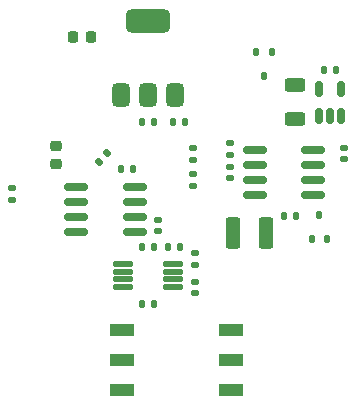
<source format=gbr>
%TF.GenerationSoftware,KiCad,Pcbnew,9.0.2*%
%TF.CreationDate,2025-07-07T17:27:58-04:00*%
%TF.ProjectId,Cain_V1.0,4361696e-5f56-4312-9e30-2e6b69636164,rev?*%
%TF.SameCoordinates,Original*%
%TF.FileFunction,Paste,Bot*%
%TF.FilePolarity,Positive*%
%FSLAX46Y46*%
G04 Gerber Fmt 4.6, Leading zero omitted, Abs format (unit mm)*
G04 Created by KiCad (PCBNEW 9.0.2) date 2025-07-07 17:27:58*
%MOMM*%
%LPD*%
G01*
G04 APERTURE LIST*
G04 Aperture macros list*
%AMRoundRect*
0 Rectangle with rounded corners*
0 $1 Rounding radius*
0 $2 $3 $4 $5 $6 $7 $8 $9 X,Y pos of 4 corners*
0 Add a 4 corners polygon primitive as box body*
4,1,4,$2,$3,$4,$5,$6,$7,$8,$9,$2,$3,0*
0 Add four circle primitives for the rounded corners*
1,1,$1+$1,$2,$3*
1,1,$1+$1,$4,$5*
1,1,$1+$1,$6,$7*
1,1,$1+$1,$8,$9*
0 Add four rect primitives between the rounded corners*
20,1,$1+$1,$2,$3,$4,$5,0*
20,1,$1+$1,$4,$5,$6,$7,0*
20,1,$1+$1,$6,$7,$8,$9,0*
20,1,$1+$1,$8,$9,$2,$3,0*%
G04 Aperture macros list end*
%ADD10RoundRect,0.125000X-0.687500X-0.125000X0.687500X-0.125000X0.687500X0.125000X-0.687500X0.125000X0*%
%ADD11RoundRect,0.140000X-0.170000X0.140000X-0.170000X-0.140000X0.170000X-0.140000X0.170000X0.140000X0*%
%ADD12RoundRect,0.135000X-0.135000X-0.185000X0.135000X-0.185000X0.135000X0.185000X-0.135000X0.185000X0*%
%ADD13RoundRect,0.140000X0.170000X-0.140000X0.170000X0.140000X-0.170000X0.140000X-0.170000X-0.140000X0*%
%ADD14RoundRect,0.250000X0.625000X-0.312500X0.625000X0.312500X-0.625000X0.312500X-0.625000X-0.312500X0*%
%ADD15RoundRect,0.140000X0.140000X0.170000X-0.140000X0.170000X-0.140000X-0.170000X0.140000X-0.170000X0*%
%ADD16RoundRect,0.225000X-0.225000X-0.250000X0.225000X-0.250000X0.225000X0.250000X-0.225000X0.250000X0*%
%ADD17RoundRect,0.250000X-0.375000X-1.075000X0.375000X-1.075000X0.375000X1.075000X-0.375000X1.075000X0*%
%ADD18RoundRect,0.135000X0.135000X0.185000X-0.135000X0.185000X-0.135000X-0.185000X0.135000X-0.185000X0*%
%ADD19RoundRect,0.135000X-0.185000X0.135000X-0.185000X-0.135000X0.185000X-0.135000X0.185000X0.135000X0*%
%ADD20RoundRect,0.135000X0.185000X-0.135000X0.185000X0.135000X-0.185000X0.135000X-0.185000X-0.135000X0*%
%ADD21RoundRect,0.135000X0.035355X-0.226274X0.226274X-0.035355X-0.035355X0.226274X-0.226274X0.035355X0*%
%ADD22RoundRect,0.150000X-0.825000X-0.150000X0.825000X-0.150000X0.825000X0.150000X-0.825000X0.150000X0*%
%ADD23RoundRect,0.225000X0.250000X-0.225000X0.250000X0.225000X-0.250000X0.225000X-0.250000X-0.225000X0*%
%ADD24RoundRect,0.140000X-0.140000X-0.170000X0.140000X-0.170000X0.140000X0.170000X-0.140000X0.170000X0*%
%ADD25RoundRect,0.150000X0.150000X-0.512500X0.150000X0.512500X-0.150000X0.512500X-0.150000X-0.512500X0*%
%ADD26R,2.000000X1.000000*%
%ADD27RoundRect,0.112500X0.112500X0.237500X-0.112500X0.237500X-0.112500X-0.237500X0.112500X-0.237500X0*%
%ADD28RoundRect,0.375000X0.375000X-0.625000X0.375000X0.625000X-0.375000X0.625000X-0.375000X-0.625000X0*%
%ADD29RoundRect,0.500000X1.400000X-0.500000X1.400000X0.500000X-1.400000X0.500000X-1.400000X-0.500000X0*%
%ADD30RoundRect,0.112500X-0.112500X-0.237500X0.112500X-0.237500X0.112500X0.237500X-0.112500X0.237500X0*%
G04 APERTURE END LIST*
D10*
%TO.C,U4*%
X148487500Y-107775000D03*
X148487500Y-107125000D03*
X148487500Y-106475000D03*
X148487500Y-105825000D03*
X152712500Y-105825000D03*
X152712500Y-106475000D03*
X152712500Y-107125000D03*
X152712500Y-107775000D03*
%TD*%
D11*
%TO.C,C18*%
X154600000Y-107320000D03*
X154600000Y-108280000D03*
%TD*%
D12*
%TO.C,R5*%
X150090000Y-93800000D03*
X151110000Y-93800000D03*
%TD*%
D13*
%TO.C,C15*%
X167200000Y-96980000D03*
X167200000Y-96020000D03*
%TD*%
%TO.C,C13*%
X157500000Y-96580000D03*
X157500000Y-95620000D03*
%TD*%
D14*
%TO.C,R15*%
X163000000Y-93600000D03*
X163000000Y-90675000D03*
%TD*%
D15*
%TO.C,C20*%
X153280000Y-104400000D03*
X152320000Y-104400000D03*
%TD*%
D16*
%TO.C,C16*%
X144225000Y-86600000D03*
X145775000Y-86600000D03*
%TD*%
D17*
%TO.C,F1*%
X157800000Y-103200000D03*
X160600000Y-103200000D03*
%TD*%
D18*
%TO.C,R4*%
X153710000Y-93800000D03*
X152690000Y-93800000D03*
%TD*%
D19*
%TO.C,R17*%
X139100000Y-99390000D03*
X139100000Y-100410000D03*
%TD*%
D20*
%TO.C,R8*%
X154600000Y-105910000D03*
X154600000Y-104890000D03*
%TD*%
D21*
%TO.C,R1*%
X146439376Y-97160624D03*
X147160624Y-96439376D03*
%TD*%
D22*
%TO.C,U5*%
X144525000Y-103105000D03*
X144525000Y-101835000D03*
X144525000Y-100565000D03*
X144525000Y-99295000D03*
X149475000Y-99295000D03*
X149475000Y-100565000D03*
X149475000Y-101835000D03*
X149475000Y-103105000D03*
%TD*%
D23*
%TO.C,C1*%
X142800000Y-97375000D03*
X142800000Y-95825000D03*
%TD*%
D24*
%TO.C,C12*%
X148320000Y-97800000D03*
X149280000Y-97800000D03*
%TD*%
D11*
%TO.C,C14*%
X157500000Y-97620000D03*
X157500000Y-98580000D03*
%TD*%
D25*
%TO.C,U6*%
X166950000Y-93337500D03*
X166000000Y-93337500D03*
X165050000Y-93337500D03*
X165050000Y-91062500D03*
X166950000Y-91062500D03*
%TD*%
D26*
%TO.C,U3*%
X157590000Y-111460000D03*
X157590000Y-114000000D03*
X157590000Y-116540000D03*
X148410000Y-116540000D03*
X148410000Y-114000000D03*
X148410000Y-111460000D03*
%TD*%
D19*
%TO.C,R6*%
X154400000Y-96040000D03*
X154400000Y-97060000D03*
%TD*%
D27*
%TO.C,D5*%
X165750000Y-103700000D03*
X164450000Y-103700000D03*
X165100000Y-101700000D03*
%TD*%
D12*
%TO.C,R7*%
X150090000Y-109200000D03*
X151110000Y-109200000D03*
%TD*%
D22*
%TO.C,U2*%
X159625000Y-100005000D03*
X159625000Y-98735000D03*
X159625000Y-97465000D03*
X159625000Y-96195000D03*
X164575000Y-96195000D03*
X164575000Y-97465000D03*
X164575000Y-98735000D03*
X164575000Y-100005000D03*
%TD*%
D18*
%TO.C,R3*%
X163110000Y-101800000D03*
X162090000Y-101800000D03*
%TD*%
D15*
%TO.C,C19*%
X151080000Y-104400000D03*
X150120000Y-104400000D03*
%TD*%
%TO.C,C22*%
X166480000Y-89400000D03*
X165520000Y-89400000D03*
%TD*%
D28*
%TO.C,Q1*%
X152900000Y-91550000D03*
X150600000Y-91550000D03*
D29*
X150600000Y-85250000D03*
D28*
X148300000Y-91550000D03*
%TD*%
D13*
%TO.C,C21*%
X151400000Y-103080000D03*
X151400000Y-102120000D03*
%TD*%
D20*
%TO.C,R14*%
X154400000Y-99260000D03*
X154400000Y-98240000D03*
%TD*%
D30*
%TO.C,D1*%
X159750000Y-87900000D03*
X161050000Y-87900000D03*
X160400000Y-89900000D03*
%TD*%
M02*

</source>
